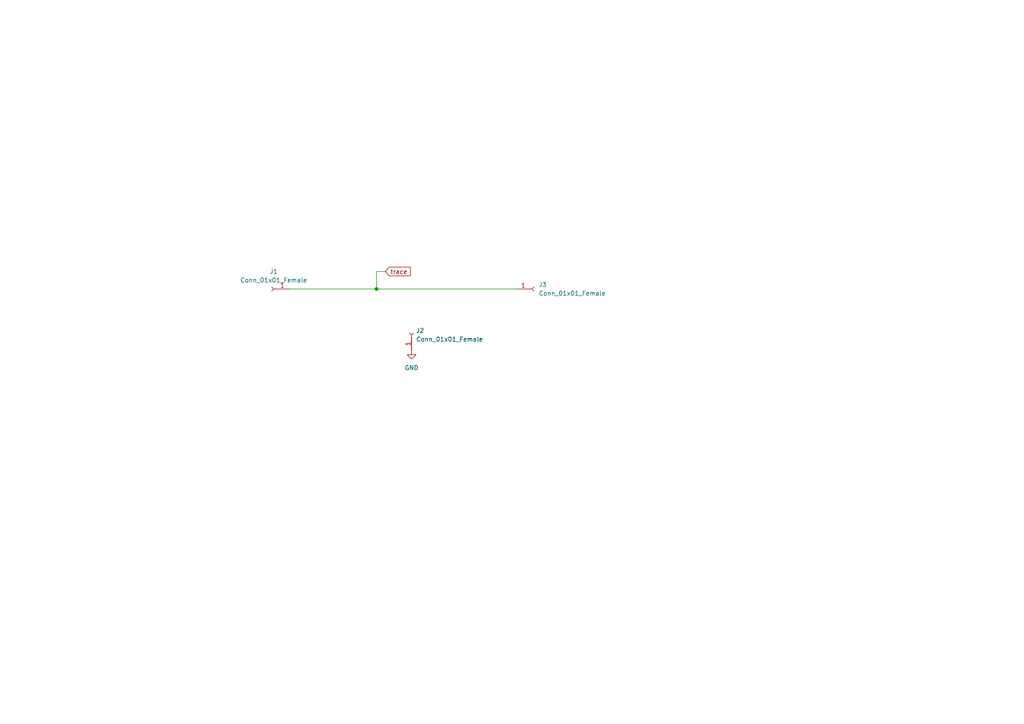
<source format=kicad_sch>
(kicad_sch (version 20211123) (generator eeschema)

  (uuid 639f7a5a-02a6-4164-bf48-86841cf5e149)

  (paper "A4")

  (lib_symbols
    (symbol "Connector:Conn_01x01_Female" (pin_names (offset 1.016) hide) (in_bom yes) (on_board yes)
      (property "Reference" "J" (id 0) (at 0 2.54 0)
        (effects (font (size 1.27 1.27)))
      )
      (property "Value" "Conn_01x01_Female" (id 1) (at 0 -2.54 0)
        (effects (font (size 1.27 1.27)))
      )
      (property "Footprint" "" (id 2) (at 0 0 0)
        (effects (font (size 1.27 1.27)) hide)
      )
      (property "Datasheet" "~" (id 3) (at 0 0 0)
        (effects (font (size 1.27 1.27)) hide)
      )
      (property "ki_keywords" "connector" (id 4) (at 0 0 0)
        (effects (font (size 1.27 1.27)) hide)
      )
      (property "ki_description" "Generic connector, single row, 01x01, script generated (kicad-library-utils/schlib/autogen/connector/)" (id 5) (at 0 0 0)
        (effects (font (size 1.27 1.27)) hide)
      )
      (property "ki_fp_filters" "Connector*:*" (id 6) (at 0 0 0)
        (effects (font (size 1.27 1.27)) hide)
      )
      (symbol "Conn_01x01_Female_1_1"
        (polyline
          (pts
            (xy -1.27 0)
            (xy -0.508 0)
          )
          (stroke (width 0.1524) (type default) (color 0 0 0 0))
          (fill (type none))
        )
        (arc (start 0 0.508) (mid -0.508 0) (end 0 -0.508)
          (stroke (width 0.1524) (type default) (color 0 0 0 0))
          (fill (type none))
        )
        (pin passive line (at -5.08 0 0) (length 3.81)
          (name "Pin_1" (effects (font (size 1.27 1.27))))
          (number "1" (effects (font (size 1.27 1.27))))
        )
      )
    )
    (symbol "power:GND" (power) (pin_names (offset 0)) (in_bom yes) (on_board yes)
      (property "Reference" "#PWR" (id 0) (at 0 -6.35 0)
        (effects (font (size 1.27 1.27)) hide)
      )
      (property "Value" "GND" (id 1) (at 0 -3.81 0)
        (effects (font (size 1.27 1.27)))
      )
      (property "Footprint" "" (id 2) (at 0 0 0)
        (effects (font (size 1.27 1.27)) hide)
      )
      (property "Datasheet" "" (id 3) (at 0 0 0)
        (effects (font (size 1.27 1.27)) hide)
      )
      (property "ki_keywords" "global power" (id 4) (at 0 0 0)
        (effects (font (size 1.27 1.27)) hide)
      )
      (property "ki_description" "Power symbol creates a global label with name \"GND\" , ground" (id 5) (at 0 0 0)
        (effects (font (size 1.27 1.27)) hide)
      )
      (symbol "GND_0_1"
        (polyline
          (pts
            (xy 0 0)
            (xy 0 -1.27)
            (xy 1.27 -1.27)
            (xy 0 -2.54)
            (xy -1.27 -1.27)
            (xy 0 -1.27)
          )
          (stroke (width 0) (type default) (color 0 0 0 0))
          (fill (type none))
        )
      )
      (symbol "GND_1_1"
        (pin power_in line (at 0 0 270) (length 0) hide
          (name "GND" (effects (font (size 1.27 1.27))))
          (number "1" (effects (font (size 1.27 1.27))))
        )
      )
    )
  )

  (junction (at 109.22 83.82) (diameter 0) (color 0 0 0 0)
    (uuid ad797f3f-6495-469d-8f7d-302f4ab333f5)
  )

  (wire (pts (xy 109.22 83.82) (xy 149.86 83.82))
    (stroke (width 0) (type default) (color 0 0 0 0))
    (uuid a19012d6-82ed-4305-8e0a-7ccc7de7d20c)
  )
  (wire (pts (xy 83.82 83.82) (xy 109.22 83.82))
    (stroke (width 0) (type default) (color 0 0 0 0))
    (uuid b886cf90-4119-499e-a27c-8753390765c0)
  )
  (wire (pts (xy 109.22 78.74) (xy 109.22 83.82))
    (stroke (width 0) (type default) (color 0 0 0 0))
    (uuid d432b3b6-91c9-4d4b-92a7-2cc1ba51cc19)
  )
  (wire (pts (xy 111.76 78.74) (xy 109.22 78.74))
    (stroke (width 0) (type default) (color 0 0 0 0))
    (uuid e025d745-b8c1-48fb-ac9c-7d7d4b9d6db9)
  )

  (global_label "trace" (shape input) (at 111.76 78.74 0) (fields_autoplaced)
    (effects (font (size 1.27 1.27)) (justify left))
    (uuid 1e695116-0e28-4bd4-85e0-84be1f9b5c2f)
    (property "Intersheet References" "${INTERSHEET_REFS}" (id 0) (at 119.0112 78.6606 0)
      (effects (font (size 1.27 1.27)) (justify left) hide)
    )
  )

  (symbol (lib_id "Connector:Conn_01x01_Female") (at 154.94 83.82 0) (unit 1)
    (in_bom yes) (on_board yes) (fields_autoplaced)
    (uuid 3de3dd67-d099-4595-a80a-b3389d0cea00)
    (property "Reference" "J3" (id 0) (at 156.21 82.5499 0)
      (effects (font (size 1.27 1.27)) (justify left))
    )
    (property "Value" "Conn_01x01_Female" (id 1) (at 156.21 85.0899 0)
      (effects (font (size 1.27 1.27)) (justify left))
    )
    (property "Footprint" "TestPoint:TestPoint_Pad_1.0x1.0mm" (id 2) (at 154.94 83.82 0)
      (effects (font (size 1.27 1.27)) hide)
    )
    (property "Datasheet" "~" (id 3) (at 154.94 83.82 0)
      (effects (font (size 1.27 1.27)) hide)
    )
    (pin "1" (uuid c12ce12e-f8f0-4d12-b6a5-c317b0631c60))
  )

  (symbol (lib_id "Connector:Conn_01x01_Female") (at 119.38 96.52 90) (unit 1)
    (in_bom yes) (on_board yes) (fields_autoplaced)
    (uuid e40d88f4-1f66-48e0-a448-5ce90e0e62e5)
    (property "Reference" "J2" (id 0) (at 120.65 95.8849 90)
      (effects (font (size 1.27 1.27)) (justify right))
    )
    (property "Value" "Conn_01x01_Female" (id 1) (at 120.65 98.4249 90)
      (effects (font (size 1.27 1.27)) (justify right))
    )
    (property "Footprint" "TestPoint:TestPoint_Pad_1.0x1.0mm" (id 2) (at 119.38 96.52 0)
      (effects (font (size 1.27 1.27)) hide)
    )
    (property "Datasheet" "~" (id 3) (at 119.38 96.52 0)
      (effects (font (size 1.27 1.27)) hide)
    )
    (pin "1" (uuid 4335c724-65c1-4735-89be-8616cf069925))
  )

  (symbol (lib_id "power:GND") (at 119.38 101.6 0) (unit 1)
    (in_bom yes) (on_board yes) (fields_autoplaced)
    (uuid e649a49b-6aaa-41de-94cd-d3f485a8581b)
    (property "Reference" "#PWR0101" (id 0) (at 119.38 107.95 0)
      (effects (font (size 1.27 1.27)) hide)
    )
    (property "Value" "GND" (id 1) (at 119.38 106.68 0))
    (property "Footprint" "" (id 2) (at 119.38 101.6 0)
      (effects (font (size 1.27 1.27)) hide)
    )
    (property "Datasheet" "" (id 3) (at 119.38 101.6 0)
      (effects (font (size 1.27 1.27)) hide)
    )
    (pin "1" (uuid afea5b95-a43a-4ec2-ab9b-a06edbb444a9))
  )

  (symbol (lib_id "Connector:Conn_01x01_Female") (at 78.74 83.82 180) (unit 1)
    (in_bom yes) (on_board yes) (fields_autoplaced)
    (uuid f0c0af1b-a72a-4fd6-9997-7dfb060b532f)
    (property "Reference" "J1" (id 0) (at 79.375 78.74 0))
    (property "Value" "Conn_01x01_Female" (id 1) (at 79.375 81.28 0))
    (property "Footprint" "TestPoint:TestPoint_Pad_1.0x1.0mm" (id 2) (at 78.74 83.82 0)
      (effects (font (size 1.27 1.27)) hide)
    )
    (property "Datasheet" "~" (id 3) (at 78.74 83.82 0)
      (effects (font (size 1.27 1.27)) hide)
    )
    (pin "1" (uuid daa654d9-b3d8-45fa-8ec2-e2f94f943d7a))
  )

  (sheet_instances
    (path "/" (page "1"))
  )

  (symbol_instances
    (path "/e649a49b-6aaa-41de-94cd-d3f485a8581b"
      (reference "#PWR0101") (unit 1) (value "GND") (footprint "")
    )
    (path "/f0c0af1b-a72a-4fd6-9997-7dfb060b532f"
      (reference "J1") (unit 1) (value "Conn_01x01_Female") (footprint "TestPoint:TestPoint_Pad_1.0x1.0mm")
    )
    (path "/e40d88f4-1f66-48e0-a448-5ce90e0e62e5"
      (reference "J2") (unit 1) (value "Conn_01x01_Female") (footprint "TestPoint:TestPoint_Pad_1.0x1.0mm")
    )
    (path "/3de3dd67-d099-4595-a80a-b3389d0cea00"
      (reference "J3") (unit 1) (value "Conn_01x01_Female") (footprint "TestPoint:TestPoint_Pad_1.0x1.0mm")
    )
  )
)

</source>
